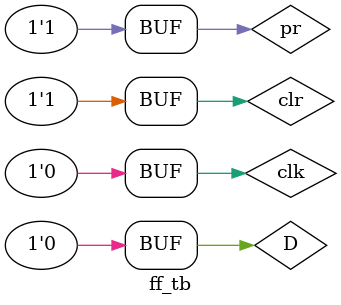
<source format=v>
`include "ff.v"

module ff_tb();
	wire Q, Qn;
	reg D, clk, clr, pr;

	D_posedge_async device(Q, Qn, clr, pr, D, clk);

	initial begin
		clr = 0; pr = 1;
		#10 clr = 1;
		$dumpfile("ff_test.vcd");
		$dumpvars(0, device);
		$monitor("D:%b clk:%b Q:%b clr:%b pr:%b", D, clk, Q, clr, pr);
		D = 0;
		clk = 0;

		#10 D = 1;
		#10 clk = 0;
		#10 clk = 1;
		#10 pr = 0;
		#10 pr = 1;
		#10 clr = 0;
		#10 clr = 1;
		#10 pr = 0;
		#10 pr = 1;
		#10 clk = 0;
		#10 clk = 1;
		#10 D = 0;
		#10 D = 1;
		#10 D = 0;
		#10 clk = 0;
		#10 clk = 1;
		#10 clk = 0;

	end
endmodule

</source>
